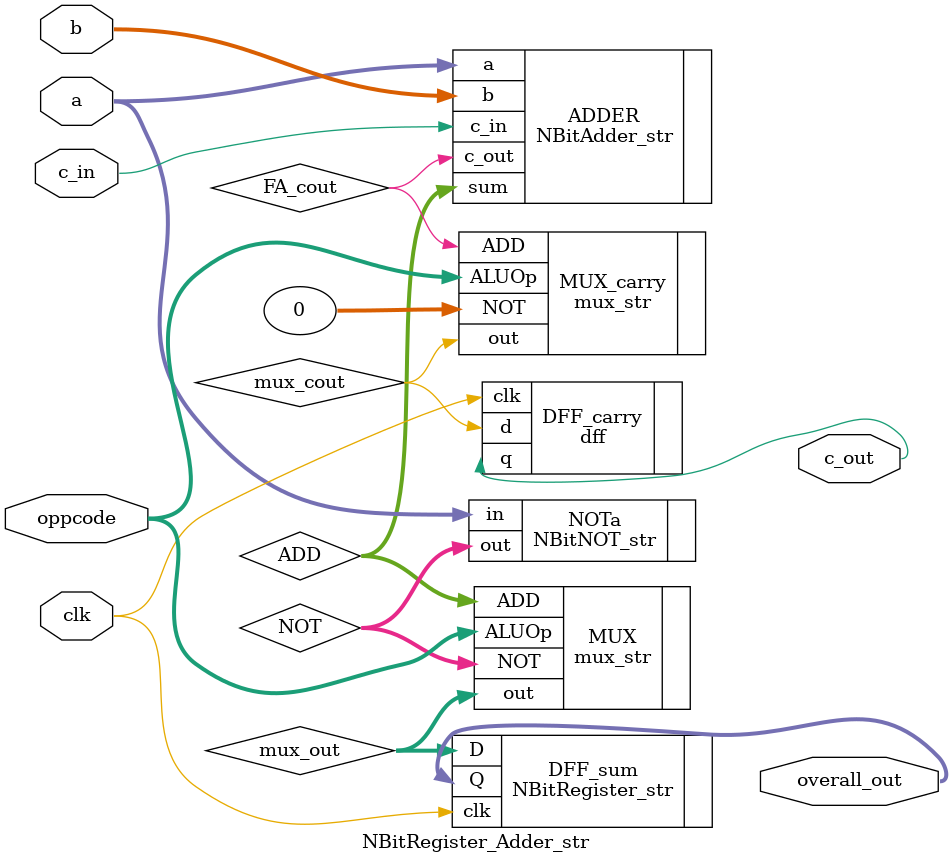
<source format=v>
`timescale 1ns / 1ns

// N-bit Register and Adder
module NBitRegister_Adder_str#(
    parameter N = 32
)(
    output [N-1:0] overall_out, // overall output of the ALU
    output c_out,               // carry out
    input [N-1:0] a,            // input 1
    input [N-1:0] b,            // input 2
    input c_in,                 // overall carry in
    input [2:0] oppcode,              // operation code
    input clk
    );
    
    wire [N-1:0] ADD;           // output of adder
    wire FA_cout;               // carry out of adder
    wire [N-1:0] NOT;           // output of the N-bit NOT module
    wire [N-1:0] mux_out;       // output of the mux
    wire mux_cout;              // carry out of mux
    
    NBitNOT_str         #(.N(N))    NOTa        (.out(NOT[N-1:0]), .in(a[N-1:0]));                                                   // get output of NOT operation
    NBitAdder_str       #(.N(N))    ADDER       (.sum(ADD[N-1:0]), .c_out(FA_cout), .a(a[N-1:0]), .b(b[N-1:0]), .c_in(c_in));        // use N-bit adder to generate sum and carry a
    
    mux_str             #(.N(N))    MUX         (.out(mux_out[N-1:0]), .NOT(NOT[N-1:0]), .ADD(ADD[N-1:0]), .ALUOp(oppcode[2:0]));    // mux to select between operations
    mux_str             #(.N(1))    MUX_carry   (.out(mux_cout), .NOT(0), .ADD(FA_cout), .ALUOp(oppcode[2:0]));                      // mux to select carry out
    
    NBitRegister_str    #(.N(N))    DFF_sum     (.Q(overall_out[N-1:0]), .D(mux_out[N-1:0]), .clk(clk));                             // store carry out in register
    dff                             DFF_carry   (.q(c_out), .d(mux_cout), .clk(clk));                                                // store sum in register
    
endmodule
</source>
